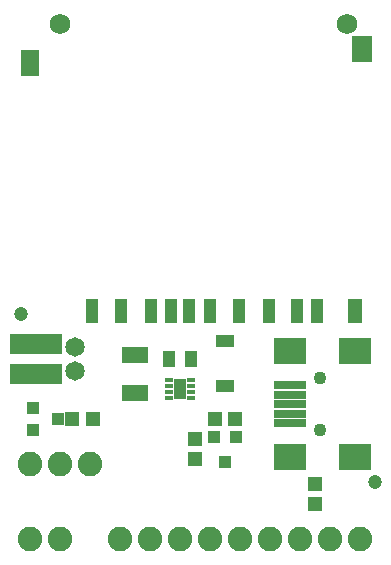
<source format=gbr>
G04 EAGLE Gerber RS-274X export*
G75*
%MOMM*%
%FSLAX34Y34*%
%LPD*%
%INSoldermask Top*%
%IPPOS*%
%AMOC8*
5,1,8,0,0,1.08239X$1,22.5*%
G01*
%ADD10R,1.303200X1.203200*%
%ADD11R,1.003200X1.103200*%
%ADD12R,1.203200X1.303200*%
%ADD13R,1.003200X1.403200*%
%ADD14R,1.503200X1.103200*%
%ADD15R,0.703200X0.453200*%
%ADD16R,1.103200X1.803200*%
%ADD17R,2.203200X1.403200*%
%ADD18C,2.082800*%
%ADD19R,2.703200X0.703200*%
%ADD20R,2.703200X2.203200*%
%ADD21C,1.103200*%
%ADD22C,1.651000*%
%ADD23R,1.103200X1.003200*%
%ADD24R,4.521200X1.727200*%
%ADD25R,1.103200X2.003200*%
%ADD26R,1.603200X2.203200*%
%ADD27R,1.730200X2.203200*%
%ADD28R,1.303200X2.003200*%
%ADD29C,1.753200*%
%ADD30C,1.203200*%


D10*
X193920Y114300D03*
X176920Y114300D03*
D11*
X185420Y77900D03*
X175920Y98900D03*
X194920Y98900D03*
D12*
X160020Y97400D03*
X160020Y80400D03*
D13*
X156320Y165100D03*
X138320Y165100D03*
D14*
X185420Y142290D03*
X185420Y180290D03*
D15*
X156820Y137200D03*
X156820Y132200D03*
X156820Y147200D03*
X156820Y142200D03*
X137820Y142200D03*
X137820Y137200D03*
X137820Y132200D03*
X137820Y147200D03*
D16*
X147320Y139700D03*
D17*
X109220Y136400D03*
X109220Y168400D03*
D18*
X96520Y12700D03*
X121920Y12700D03*
X147320Y12700D03*
X172720Y12700D03*
X198120Y12700D03*
X223520Y12700D03*
X248920Y12700D03*
X274320Y12700D03*
X299720Y12700D03*
X20320Y12700D03*
X45720Y12700D03*
D12*
X261620Y42300D03*
X261620Y59300D03*
D19*
X240430Y127000D03*
X240430Y119000D03*
X240430Y143000D03*
X240430Y135000D03*
D20*
X295430Y172000D03*
X295430Y82000D03*
X240430Y172000D03*
X240430Y82000D03*
D19*
X240430Y111000D03*
D21*
X265430Y105000D03*
X265430Y149000D03*
D22*
X58420Y155100D03*
X58420Y175100D03*
D23*
X23020Y123800D03*
X23020Y104800D03*
X44020Y114300D03*
D10*
X73270Y114300D03*
X56270Y114300D03*
D18*
X20320Y76200D03*
X45720Y76200D03*
X71120Y76200D03*
D24*
X25400Y152400D03*
X25400Y177800D03*
D25*
X97400Y205900D03*
X122400Y205900D03*
X139900Y205900D03*
X154900Y205900D03*
X172400Y205900D03*
X197400Y205900D03*
X222400Y205900D03*
X246600Y205900D03*
X263600Y205900D03*
D26*
X20140Y415900D03*
D27*
X300990Y427400D03*
D28*
X295100Y205900D03*
D25*
X72400Y205900D03*
D29*
X45700Y448900D03*
X288300Y448900D03*
D30*
X12700Y203200D03*
X312420Y60960D03*
M02*

</source>
